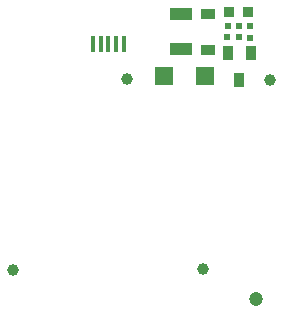
<source format=gtp>
G04 Layer_Color=8421504*
%FSLAX25Y25*%
%MOIN*%
G70*
G01*
G75*
%ADD11R,0.01575X0.05315*%
%ADD12C,0.03937*%
%ADD13C,0.04724*%
%ADD14R,0.02362X0.01969*%
%ADD15R,0.01969X0.02362*%
%ADD16R,0.05984X0.06299*%
%ADD17R,0.03543X0.03543*%
%ADD18R,0.07480X0.03937*%
%ADD19R,0.03600X0.05000*%
%ADD20R,0.04724X0.03347*%
D11*
X52559Y-15059D02*
D03*
X50000D02*
D03*
X55118Y-15059D02*
D03*
X57677Y-15059D02*
D03*
X60236Y-15059D02*
D03*
D12*
X61400Y-26783D02*
D03*
X109120Y-27119D02*
D03*
X86595Y-89983D02*
D03*
X23220Y-90364D02*
D03*
D13*
X104500Y-100284D02*
D03*
D14*
X94810Y-12886D02*
D03*
X98747D02*
D03*
X94837Y-9294D02*
D03*
X98774D02*
D03*
D15*
X102433Y-13191D02*
D03*
Y-9253D02*
D03*
D16*
X87264Y-25752D02*
D03*
X73800Y-25751D02*
D03*
D17*
X95223Y-4631D02*
D03*
X101723D02*
D03*
D18*
X79500Y-16789D02*
D03*
X79500Y-4978D02*
D03*
D19*
X98573Y-27011D02*
D03*
X102573Y-18211D02*
D03*
X95073D02*
D03*
D20*
X88445Y-5028D02*
D03*
Y-17035D02*
D03*
M02*

</source>
